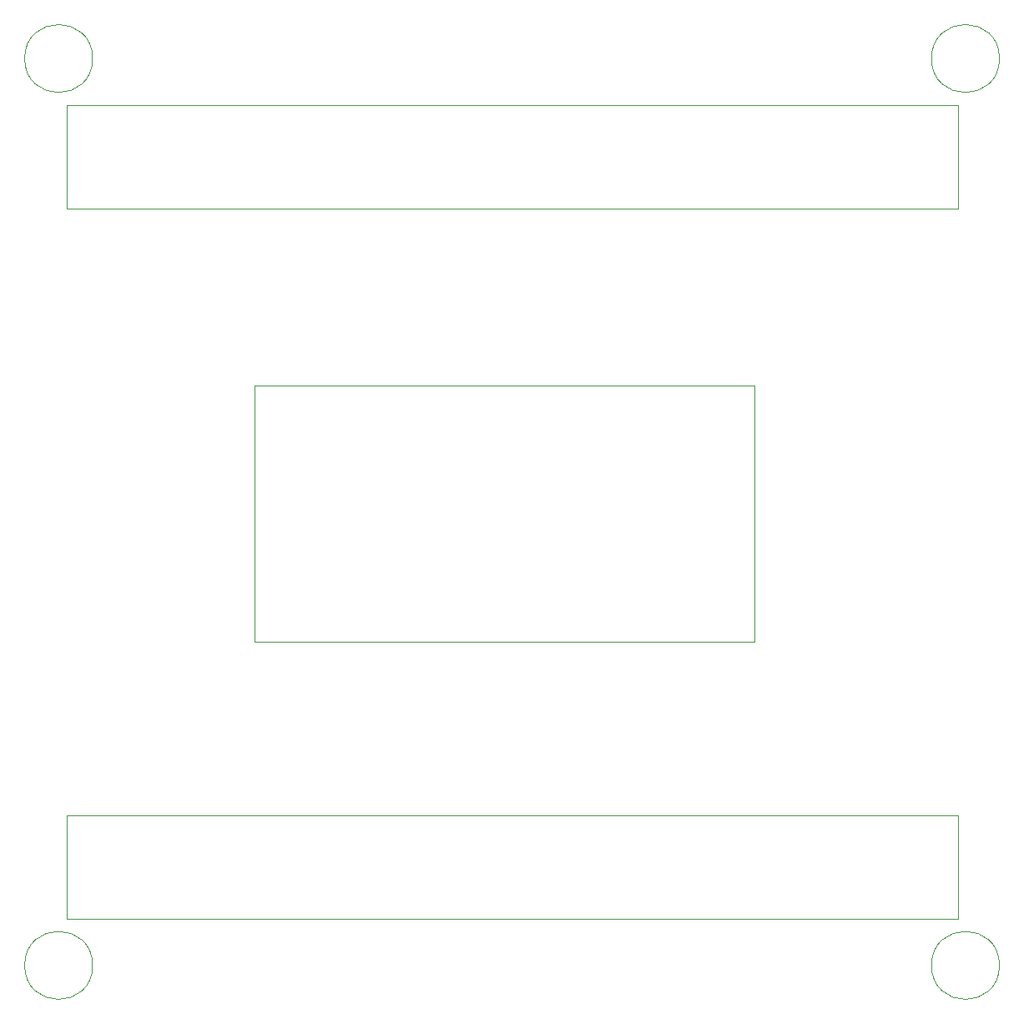
<source format=gbr>
%TF.GenerationSoftware,KiCad,Pcbnew,9.0.1*%
%TF.CreationDate,2025-05-31T13:23:48-03:00*%
%TF.ProjectId,breakout_heltec_wifi_lora_32,62726561-6b6f-4757-945f-68656c746563,v0.2.0*%
%TF.SameCoordinates,Original*%
%TF.FileFunction,Other,User*%
%FSLAX46Y46*%
G04 Gerber Fmt 4.6, Leading zero omitted, Abs format (unit mm)*
G04 Created by KiCad (PCBNEW 9.0.1) date 2025-05-31 13:23:48*
%MOMM*%
%LPD*%
G01*
G04 APERTURE LIST*
%ADD10C,0.050000*%
G04 APERTURE END LIST*
D10*
%TO.C,U1*%
X119830000Y-82437500D02*
X119830000Y-108437500D01*
X119830000Y-108437500D02*
X170530000Y-108437500D01*
X170530000Y-82437500D02*
X119830000Y-82437500D01*
X170530000Y-108437500D02*
X170530000Y-82437500D01*
%TO.C,H2*%
X195430000Y-49230000D02*
G75*
G02*
X188530000Y-49230000I-3450000J0D01*
G01*
X188530000Y-49230000D02*
G75*
G02*
X195430000Y-49230000I3450000J0D01*
G01*
%TO.C,H1*%
X103430000Y-49230000D02*
G75*
G02*
X96530000Y-49230000I-3450000J0D01*
G01*
X96530000Y-49230000D02*
G75*
G02*
X103430000Y-49230000I3450000J0D01*
G01*
%TO.C,J2*%
X100770000Y-53980000D02*
X191270000Y-53980000D01*
X100770000Y-64480000D02*
X100770000Y-53980000D01*
X191270000Y-53980000D02*
X191270000Y-64480000D01*
X191270000Y-64480000D02*
X100770000Y-64480000D01*
%TO.C,H4*%
X195430000Y-141230000D02*
G75*
G02*
X188530000Y-141230000I-3450000J0D01*
G01*
X188530000Y-141230000D02*
G75*
G02*
X195430000Y-141230000I3450000J0D01*
G01*
%TO.C,J3*%
X100770000Y-125980000D02*
X191270000Y-125980000D01*
X100770000Y-136480000D02*
X100770000Y-125980000D01*
X191270000Y-125980000D02*
X191270000Y-136480000D01*
X191270000Y-136480000D02*
X100770000Y-136480000D01*
%TO.C,H3*%
X103430000Y-141230000D02*
G75*
G02*
X96530000Y-141230000I-3450000J0D01*
G01*
X96530000Y-141230000D02*
G75*
G02*
X103430000Y-141230000I3450000J0D01*
G01*
%TD*%
M02*

</source>
